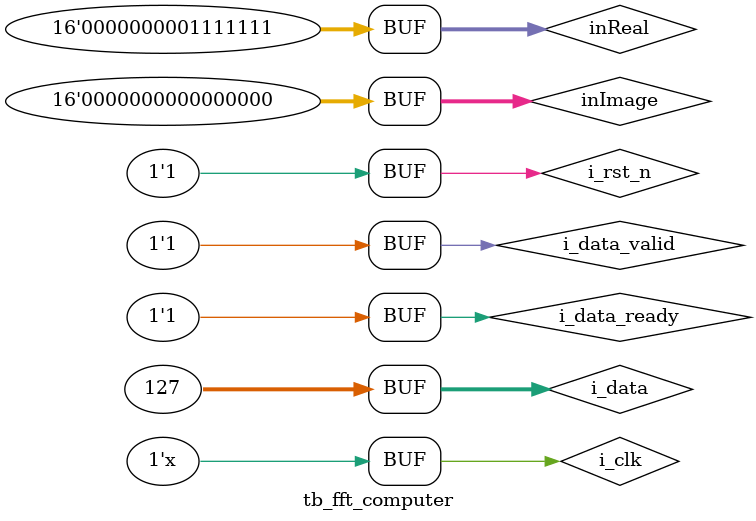
<source format=v>
`timescale 1ns / 1ps


module tb_fft_computer;

	// Inputs
	reg i_clk;
	reg i_rst_n;
	reg i_data_valid;
	
	reg i_data_ready;

	// Outputs
	wire o_data_ready;
	wire o_data_valid;
	wire [31:0] o_data;
	reg[15:0] inReal;
	reg[15:0] inImage;
	wire [31:0] i_data={inImage,inReal};
	wire o_valid_fft;
	wire o_valid_multi;
	wire o_valid_dataCtrl;
	wire fft_data_valid;
	wire mult_data_valid;
	wire[31:0] mult_data;
	// Instantiate the Unit Under Test (UUT)
	fft_computer uut (
		.i_clk(i_clk), 
		.i_rst_n(i_rst_n), 
		.i_data_valid(i_data_valid), 
		.i_data(i_data), 
		.o_data_ready(o_data_ready), 
		.o_data_valid(o_data_valid), 
		.o_data(o_data), 
		.i_data_ready(i_data_ready),
		.fft_data_valid(fft_data_valid),
		.mult_data_valid(mult_data_valid),
		.mult_data(mult_data)
	);

	initial begin
		// Initialize Inputs
		i_clk = 0;
		i_rst_n = 0;
		i_data_valid = 0;
		i_data_ready = 0;
		inReal=0;
		inImage=0;

		// Wait 100 ns for global reset to finish
		#100;
		i_data_ready = 1;
		i_rst_n = 1;
		i_data_valid = 1;
        
		// Add stimulus here
#2 inReal=128;
#2 inReal=127;
#2 inReal=127;
#2 inReal=126;
#2 inReal=125;
#2 inReal=124;
#2 inReal=122;
#2 inReal=120;
#2 inReal=118;
#2 inReal=115;
#2 inReal=112;
#2 inReal=109;
#2 inReal=106;
#2 inReal=102;
#2 inReal=98;
#2 inReal=94;
#2 inReal=90;
#2 inReal=85;
#2 inReal=81;
#2 inReal=76;
#2 inReal=71;
#2 inReal=65;
#2 inReal=60;
#2 inReal=54;
#2 inReal=48;
#2 inReal=43;
#2 inReal=37;
#2 inReal=31;
#2 inReal=24;
#2 inReal=18;
#2 inReal=12;
#2 inReal=6;
#2 inReal=0;
#2 inReal=-6;
#2 inReal=-12;
#2 inReal=-18;
#2 inReal=-24;
#2 inReal=-31;
#2 inReal=-37;
#2 inReal=-43;
#2 inReal=-48;
#2 inReal=-54;
#2 inReal=-60;
#2 inReal=-65;
#2 inReal=-71;
#2 inReal=-76;
#2 inReal=-81;
#2 inReal=-85;
#2 inReal=-90;
#2 inReal=-94;
#2 inReal=-98;
#2 inReal=-102;
#2 inReal=-106;
#2 inReal=-109;
#2 inReal=-112;
#2 inReal=-115;
#2 inReal=-118;
#2 inReal=-120;
#2 inReal=-122;
#2 inReal=-124;
#2 inReal=-125;
#2 inReal=-126;
#2 inReal=-127;
#2 inReal=-127;
#2 inReal=-127;
#2 inReal=-127;
#2 inReal=-127;
#2 inReal=-126;
#2 inReal=-125;
#2 inReal=-124;
#2 inReal=-122;
#2 inReal=-120;
#2 inReal=-118;
#2 inReal=-115;
#2 inReal=-112;
#2 inReal=-109;
#2 inReal=-106;
#2 inReal=-102;
#2 inReal=-98;
#2 inReal=-94;
#2 inReal=-90;
#2 inReal=-85;
#2 inReal=-81;
#2 inReal=-76;
#2 inReal=-71;
#2 inReal=-65;
#2 inReal=-60;
#2 inReal=-54;
#2 inReal=-48;
#2 inReal=-43;
#2 inReal=-37;
#2 inReal=-31;
#2 inReal=-24;
#2 inReal=-18;
#2 inReal=-12;
#2 inReal=-6;
#2 inReal=0;
#2 inReal=6;
#2 inReal=12;
#2 inReal=18;
#2 inReal=24;
#2 inReal=31;
#2 inReal=37;
#2 inReal=43;
#2 inReal=48;
#2 inReal=54;
#2 inReal=60;
#2 inReal=65;
#2 inReal=71;
#2 inReal=76;
#2 inReal=81;
#2 inReal=85;
#2 inReal=90;
#2 inReal=94;
#2 inReal=98;
#2 inReal=102;
#2 inReal=106;
#2 inReal=109;
#2 inReal=112;
#2 inReal=115;
#2 inReal=118;
#2 inReal=120;
#2 inReal=122;
#2 inReal=124;
#2 inReal=125;
#2 inReal=126;
#2 inReal=127;
#2 inReal=127;



#2 inReal=128;
#2 inReal=127;
#2 inReal=127;
#2 inReal=126;
#2 inReal=125;
#2 inReal=124;
#2 inReal=122;
#2 inReal=120;
#2 inReal=118;
#2 inReal=115;
#2 inReal=112;
#2 inReal=109;
#2 inReal=106;
#2 inReal=102;
#2 inReal=98;
#2 inReal=94;
#2 inReal=90;
#2 inReal=85;
#2 inReal=81;
#2 inReal=76;
#2 inReal=71;
#2 inReal=65;
#2 inReal=60;
#2 inReal=54;
#2 inReal=48;
#2 inReal=43;
#2 inReal=37;
#2 inReal=31;
#2 inReal=24;
#2 inReal=18;
#2 inReal=12;
#2 inReal=6;
#2 inReal=0;
#2 inReal=-6;
#2 inReal=-12;
#2 inReal=-18;
#2 inReal=-24;
#2 inReal=-31;
#2 inReal=-37;
#2 inReal=-43;
#2 inReal=-48;
#2 inReal=-54;
#2 inReal=-60;
#2 inReal=-65;
#2 inReal=-71;
#2 inReal=-76;
#2 inReal=-81;
#2 inReal=-85;
#2 inReal=-90;
#2 inReal=-94;
#2 inReal=-98;
#2 inReal=-102;
#2 inReal=-106;
#2 inReal=-109;
#2 inReal=-112;
#2 inReal=-115;
#2 inReal=-118;
#2 inReal=-120;
#2 inReal=-122;
#2 inReal=-124;
#2 inReal=-125;
#2 inReal=-126;
#2 inReal=-127;
#2 inReal=-127;
#2 inReal=-127;
#2 inReal=-127;
#2 inReal=-127;
#2 inReal=-126;
#2 inReal=-125;
#2 inReal=-124;
#2 inReal=-122;
#2 inReal=-120;
#2 inReal=-118;
#2 inReal=-115;
#2 inReal=-112;
#2 inReal=-109;
#2 inReal=-106;
#2 inReal=-102;
#2 inReal=-98;
#2 inReal=-94;
#2 inReal=-90;
#2 inReal=-85;
#2 inReal=-81;
#2 inReal=-76;
#2 inReal=-71;
#2 inReal=-65;
#2 inReal=-60;
#2 inReal=-54;
#2 inReal=-48;
#2 inReal=-43;
#2 inReal=-37;
#2 inReal=-31;
#2 inReal=-24;
#2 inReal=-18;
#2 inReal=-12;
#2 inReal=-6;
#2 inReal=0;
#2 inReal=6;
#2 inReal=12;
#2 inReal=18;
#2 inReal=24;
#2 inReal=31;
#2 inReal=37;
#2 inReal=43;
#2 inReal=48;
#2 inReal=54;
#2 inReal=60;
#2 inReal=65;
#2 inReal=71;
#2 inReal=76;
#2 inReal=81;
#2 inReal=85;
#2 inReal=90;
#2 inReal=94;
#2 inReal=98;
#2 inReal=102;
#2 inReal=106;
#2 inReal=109;
#2 inReal=112;
#2 inReal=115;
#2 inReal=118;
#2 inReal=120;
#2 inReal=122;
#2 inReal=124;
#2 inReal=125;
#2 inReal=126;
#2 inReal=127;
#2 inReal=127;



#2 inReal=128;
#2 inReal=127;
#2 inReal=127;
#2 inReal=126;
#2 inReal=125;
#2 inReal=124;
#2 inReal=122;
#2 inReal=120;
#2 inReal=118;
#2 inReal=115;
#2 inReal=112;
#2 inReal=109;
#2 inReal=106;
#2 inReal=102;
#2 inReal=98;
#2 inReal=94;
#2 inReal=90;
#2 inReal=85;
#2 inReal=81;
#2 inReal=76;
#2 inReal=71;
#2 inReal=65;
#2 inReal=60;
#2 inReal=54;
#2 inReal=48;
#2 inReal=43;
#2 inReal=37;
#2 inReal=31;
#2 inReal=24;
#2 inReal=18;
#2 inReal=12;
#2 inReal=6;
#2 inReal=0;
#2 inReal=-6;
#2 inReal=-12;
#2 inReal=-18;
#2 inReal=-24;
#2 inReal=-31;
#2 inReal=-37;
#2 inReal=-43;
#2 inReal=-48;
#2 inReal=-54;
#2 inReal=-60;
#2 inReal=-65;
#2 inReal=-71;
#2 inReal=-76;
#2 inReal=-81;
#2 inReal=-85;
#2 inReal=-90;
#2 inReal=-94;
#2 inReal=-98;
#2 inReal=-102;
#2 inReal=-106;
#2 inReal=-109;
#2 inReal=-112;
#2 inReal=-115;
#2 inReal=-118;
#2 inReal=-120;
#2 inReal=-122;
#2 inReal=-124;
#2 inReal=-125;
#2 inReal=-126;
#2 inReal=-127;
#2 inReal=-127;
#2 inReal=-127;
#2 inReal=-127;
#2 inReal=-127;
#2 inReal=-126;
#2 inReal=-125;
#2 inReal=-124;
#2 inReal=-122;
#2 inReal=-120;
#2 inReal=-118;
#2 inReal=-115;
#2 inReal=-112;
#2 inReal=-109;
#2 inReal=-106;
#2 inReal=-102;
#2 inReal=-98;
#2 inReal=-94;
#2 inReal=-90;
#2 inReal=-85;
#2 inReal=-81;
#2 inReal=-76;
#2 inReal=-71;
#2 inReal=-65;
#2 inReal=-60;
#2 inReal=-54;
#2 inReal=-48;
#2 inReal=-43;
#2 inReal=-37;
#2 inReal=-31;
#2 inReal=-24;
#2 inReal=-18;
#2 inReal=-12;
#2 inReal=-6;
#2 inReal=0;
#2 inReal=6;
#2 inReal=12;
#2 inReal=18;
#2 inReal=24;
#2 inReal=31;
#2 inReal=37;
#2 inReal=43;
#2 inReal=48;
#2 inReal=54;
#2 inReal=60;
#2 inReal=65;
#2 inReal=71;
#2 inReal=76;
#2 inReal=81;
#2 inReal=85;
#2 inReal=90;
#2 inReal=94;
#2 inReal=98;
#2 inReal=102;
#2 inReal=106;
#2 inReal=109;
#2 inReal=112;
#2 inReal=115;
#2 inReal=118;
#2 inReal=120;
#2 inReal=122;
#2 inReal=124;
#2 inReal=125;
#2 inReal=126;
#2 inReal=127;
#2 inReal=127;



#2 inReal=128;
#2 inReal=127;
#2 inReal=127;
#2 inReal=126;
#2 inReal=125;
#2 inReal=124;
#2 inReal=122;
#2 inReal=120;
#2 inReal=118;
#2 inReal=115;
#2 inReal=112;
#2 inReal=109;
#2 inReal=106;
#2 inReal=102;
#2 inReal=98;
#2 inReal=94;
#2 inReal=90;
#2 inReal=85;
#2 inReal=81;
#2 inReal=76;
#2 inReal=71;
#2 inReal=65;
#2 inReal=60;
#2 inReal=54;
#2 inReal=48;
#2 inReal=43;
#2 inReal=37;
#2 inReal=31;
#2 inReal=24;
#2 inReal=18;
#2 inReal=12;
#2 inReal=6;
#2 inReal=0;
#2 inReal=-6;
#2 inReal=-12;
#2 inReal=-18;
#2 inReal=-24;
#2 inReal=-31;
#2 inReal=-37;
#2 inReal=-43;
#2 inReal=-48;
#2 inReal=-54;
#2 inReal=-60;
#2 inReal=-65;
#2 inReal=-71;
#2 inReal=-76;
#2 inReal=-81;
#2 inReal=-85;
#2 inReal=-90;
#2 inReal=-94;
#2 inReal=-98;
#2 inReal=-102;
#2 inReal=-106;
#2 inReal=-109;
#2 inReal=-112;
#2 inReal=-115;
#2 inReal=-118;
#2 inReal=-120;
#2 inReal=-122;
#2 inReal=-124;
#2 inReal=-125;
#2 inReal=-126;
#2 inReal=-127;
#2 inReal=-127;
#2 inReal=-127;
#2 inReal=-127;
#2 inReal=-127;
#2 inReal=-126;
#2 inReal=-125;
#2 inReal=-124;
#2 inReal=-122;
#2 inReal=-120;
#2 inReal=-118;
#2 inReal=-115;
#2 inReal=-112;
#2 inReal=-109;
#2 inReal=-106;
#2 inReal=-102;
#2 inReal=-98;
#2 inReal=-94;
#2 inReal=-90;
#2 inReal=-85;
#2 inReal=-81;
#2 inReal=-76;
#2 inReal=-71;
#2 inReal=-65;
#2 inReal=-60;
#2 inReal=-54;
#2 inReal=-48;
#2 inReal=-43;
#2 inReal=-37;
#2 inReal=-31;
#2 inReal=-24;
#2 inReal=-18;
#2 inReal=-12;
#2 inReal=-6;
#2 inReal=0;
#2 inReal=6;
#2 inReal=12;
#2 inReal=18;
#2 inReal=24;
#2 inReal=31;
#2 inReal=37;
#2 inReal=43;
#2 inReal=48;
#2 inReal=54;
#2 inReal=60;
#2 inReal=65;
#2 inReal=71;
#2 inReal=76;
#2 inReal=81;
#2 inReal=85;
#2 inReal=90;
#2 inReal=94;
#2 inReal=98;
#2 inReal=102;
#2 inReal=106;
#2 inReal=109;
#2 inReal=112;
#2 inReal=115;
#2 inReal=118;
#2 inReal=120;
#2 inReal=122;
#2 inReal=124;
#2 inReal=125;
#2 inReal=126;
#2 inReal=127;
#2 inReal=127;

#256;

#2 inReal=128;
#2 inReal=127;
#2 inReal=127;
#2 inReal=126;
#2 inReal=125;
#2 inReal=124;
#2 inReal=122;
#2 inReal=120;
#2 inReal=118;
#2 inReal=115;
#2 inReal=112;
#2 inReal=109;
#2 inReal=106;
#2 inReal=102;
#2 inReal=98;
#2 inReal=94;
#2 inReal=90;
#2 inReal=85;
#2 inReal=81;
#2 inReal=76;
#2 inReal=71;
#2 inReal=65;
#2 inReal=60;
#2 inReal=54;
#2 inReal=48;
#2 inReal=43;
#2 inReal=37;
#2 inReal=31;
#2 inReal=24;
#2 inReal=18;
#2 inReal=12;
#2 inReal=6;
#2 inReal=0;
#2 inReal=-6;
#2 inReal=-12;
#2 inReal=-18;
#2 inReal=-24;
#2 inReal=-31;
#2 inReal=-37;
#2 inReal=-43;
#2 inReal=-48;
#2 inReal=-54;
#2 inReal=-60;
#2 inReal=-65;
#2 inReal=-71;
#2 inReal=-76;
#2 inReal=-81;
#2 inReal=-85;
#2 inReal=-90;
#2 inReal=-94;
#2 inReal=-98;
#2 inReal=-102;
#2 inReal=-106;
#2 inReal=-109;
#2 inReal=-112;
#2 inReal=-115;
#2 inReal=-118;
#2 inReal=-120;
#2 inReal=-122;
#2 inReal=-124;
#2 inReal=-125;
#2 inReal=-126;
#2 inReal=-127;
#2 inReal=-127;
#2 inReal=-127;
#2 inReal=-127;
#2 inReal=-127;
#2 inReal=-126;
#2 inReal=-125;
#2 inReal=-124;
#2 inReal=-122;
#2 inReal=-120;
#2 inReal=-118;
#2 inReal=-115;
#2 inReal=-112;
#2 inReal=-109;
#2 inReal=-106;
#2 inReal=-102;
#2 inReal=-98;
#2 inReal=-94;
#2 inReal=-90;
#2 inReal=-85;
#2 inReal=-81;
#2 inReal=-76;
#2 inReal=-71;
#2 inReal=-65;
#2 inReal=-60;
#2 inReal=-54;
#2 inReal=-48;
#2 inReal=-43;
#2 inReal=-37;
#2 inReal=-31;
#2 inReal=-24;
#2 inReal=-18;
#2 inReal=-12;
#2 inReal=-6;
#2 inReal=0;
#2 inReal=6;
#2 inReal=12;
#2 inReal=18;
#2 inReal=24;
#2 inReal=31;
#2 inReal=37;
#2 inReal=43;
#2 inReal=48;
#2 inReal=54;
#2 inReal=60;
#2 inReal=65;
#2 inReal=71;
#2 inReal=76;
#2 inReal=81;
#2 inReal=85;
#2 inReal=90;
#2 inReal=94;
#2 inReal=98;
#2 inReal=102;
#2 inReal=106;
#2 inReal=109;
#2 inReal=112;
#2 inReal=115;
#2 inReal=118;
#2 inReal=120;
#2 inReal=122;
#2 inReal=124;
#2 inReal=125;
#2 inReal=126;
#2 inReal=127;
#2 inReal=127;



#2 inReal=128;
#2 inReal=127;
#2 inReal=127;
#2 inReal=126;
#2 inReal=125;
#2 inReal=124;
#2 inReal=122;
#2 inReal=120;
#2 inReal=118;
#2 inReal=115;
#2 inReal=112;
#2 inReal=109;
#2 inReal=106;
#2 inReal=102;
#2 inReal=98;
#2 inReal=94;
#2 inReal=90;
#2 inReal=85;
#2 inReal=81;
#2 inReal=76;
#2 inReal=71;
#2 inReal=65;
#2 inReal=60;
#2 inReal=54;
#2 inReal=48;
#2 inReal=43;
#2 inReal=37;
#2 inReal=31;
#2 inReal=24;
#2 inReal=18;
#2 inReal=12;
#2 inReal=6;
#2 inReal=0;
#2 inReal=-6;
#2 inReal=-12;
#2 inReal=-18;
#2 inReal=-24;
#2 inReal=-31;
#2 inReal=-37;
#2 inReal=-43;
#2 inReal=-48;
#2 inReal=-54;
#2 inReal=-60;
#2 inReal=-65;
#2 inReal=-71;
#2 inReal=-76;
#2 inReal=-81;
#2 inReal=-85;
#2 inReal=-90;
#2 inReal=-94;
#2 inReal=-98;
#2 inReal=-102;
#2 inReal=-106;
#2 inReal=-109;
#2 inReal=-112;
#2 inReal=-115;
#2 inReal=-118;
#2 inReal=-120;
#2 inReal=-122;
#2 inReal=-124;
#2 inReal=-125;
#2 inReal=-126;
#2 inReal=-127;
#2 inReal=-127;
#2 inReal=-127;
#2 inReal=-127;
#2 inReal=-127;
#2 inReal=-126;
#2 inReal=-125;
#2 inReal=-124;
#2 inReal=-122;
#2 inReal=-120;
#2 inReal=-118;
#2 inReal=-115;
#2 inReal=-112;
#2 inReal=-109;
#2 inReal=-106;
#2 inReal=-102;
#2 inReal=-98;
#2 inReal=-94;
#2 inReal=-90;
#2 inReal=-85;
#2 inReal=-81;
#2 inReal=-76;
#2 inReal=-71;
#2 inReal=-65;
#2 inReal=-60;
#2 inReal=-54;
#2 inReal=-48;
#2 inReal=-43;
#2 inReal=-37;
#2 inReal=-31;
#2 inReal=-24;
#2 inReal=-18;
#2 inReal=-12;
#2 inReal=-6;
#2 inReal=0;
#2 inReal=6;
#2 inReal=12;
#2 inReal=18;
#2 inReal=24;
#2 inReal=31;
#2 inReal=37;
#2 inReal=43;
#2 inReal=48;
#2 inReal=54;
#2 inReal=60;
#2 inReal=65;
#2 inReal=71;
#2 inReal=76;
#2 inReal=81;
#2 inReal=85;
#2 inReal=90;
#2 inReal=94;
#2 inReal=98;
#2 inReal=102;
#2 inReal=106;
#2 inReal=109;
#2 inReal=112;
#2 inReal=115;
#2 inReal=118;
#2 inReal=120;
#2 inReal=122;
#2 inReal=124;
#2 inReal=125;
#2 inReal=126;
#2 inReal=127;
#2 inReal=127;



#2 inReal=128;
#2 inReal=127;
#2 inReal=127;
#2 inReal=126;
#2 inReal=125;
#2 inReal=124;
#2 inReal=122;
#2 inReal=120;
#2 inReal=118;
#2 inReal=115;
#2 inReal=112;
#2 inReal=109;
#2 inReal=106;
#2 inReal=102;
#2 inReal=98;
#2 inReal=94;
#2 inReal=90;
#2 inReal=85;
#2 inReal=81;
#2 inReal=76;
#2 inReal=71;
#2 inReal=65;
#2 inReal=60;
#2 inReal=54;
#2 inReal=48;
#2 inReal=43;
#2 inReal=37;
#2 inReal=31;
#2 inReal=24;
#2 inReal=18;
#2 inReal=12;
#2 inReal=6;
#2 inReal=0;
#2 inReal=-6;
#2 inReal=-12;
#2 inReal=-18;
#2 inReal=-24;
#2 inReal=-31;
#2 inReal=-37;
#2 inReal=-43;
#2 inReal=-48;
#2 inReal=-54;
#2 inReal=-60;
#2 inReal=-65;
#2 inReal=-71;
#2 inReal=-76;
#2 inReal=-81;
#2 inReal=-85;
#2 inReal=-90;
#2 inReal=-94;
#2 inReal=-98;
#2 inReal=-102;
#2 inReal=-106;
#2 inReal=-109;
#2 inReal=-112;
#2 inReal=-115;
#2 inReal=-118;
#2 inReal=-120;
#2 inReal=-122;
#2 inReal=-124;
#2 inReal=-125;
#2 inReal=-126;
#2 inReal=-127;
#2 inReal=-127;
#2 inReal=-127;
#2 inReal=-127;
#2 inReal=-127;
#2 inReal=-126;
#2 inReal=-125;
#2 inReal=-124;
#2 inReal=-122;
#2 inReal=-120;
#2 inReal=-118;
#2 inReal=-115;
#2 inReal=-112;
#2 inReal=-109;
#2 inReal=-106;
#2 inReal=-102;
#2 inReal=-98;
#2 inReal=-94;
#2 inReal=-90;
#2 inReal=-85;
#2 inReal=-81;
#2 inReal=-76;
#2 inReal=-71;
#2 inReal=-65;
#2 inReal=-60;
#2 inReal=-54;
#2 inReal=-48;
#2 inReal=-43;
#2 inReal=-37;
#2 inReal=-31;
#2 inReal=-24;
#2 inReal=-18;
#2 inReal=-12;
#2 inReal=-6;
#2 inReal=0;
#2 inReal=6;
#2 inReal=12;
#2 inReal=18;
#2 inReal=24;
#2 inReal=31;
#2 inReal=37;
#2 inReal=43;
#2 inReal=48;
#2 inReal=54;
#2 inReal=60;
#2 inReal=65;
#2 inReal=71;
#2 inReal=76;
#2 inReal=81;
#2 inReal=85;
#2 inReal=90;
#2 inReal=94;
#2 inReal=98;
#2 inReal=102;
#2 inReal=106;
#2 inReal=109;
#2 inReal=112;
#2 inReal=115;
#2 inReal=118;
#2 inReal=120;
#2 inReal=122;
#2 inReal=124;
#2 inReal=125;
#2 inReal=126;
#2 inReal=127;
#2 inReal=127;



#2 inReal=128;
#2 inReal=127;
#2 inReal=127;
#2 inReal=126;
#2 inReal=125;
#2 inReal=124;
#2 inReal=122;
#2 inReal=120;
#2 inReal=118;
#2 inReal=115;
#2 inReal=112;
#2 inReal=109;
#2 inReal=106;
#2 inReal=102;
#2 inReal=98;
#2 inReal=94;
#2 inReal=90;
#2 inReal=85;
#2 inReal=81;
#2 inReal=76;
#2 inReal=71;
#2 inReal=65;
#2 inReal=60;
#2 inReal=54;
#2 inReal=48;
#2 inReal=43;
#2 inReal=37;
#2 inReal=31;
#2 inReal=24;
#2 inReal=18;
#2 inReal=12;
#2 inReal=6;
#2 inReal=0;
#2 inReal=-6;
#2 inReal=-12;
#2 inReal=-18;
#2 inReal=-24;
#2 inReal=-31;
#2 inReal=-37;
#2 inReal=-43;
#2 inReal=-48;
#2 inReal=-54;
#2 inReal=-60;
#2 inReal=-65;
#2 inReal=-71;
#2 inReal=-76;
#2 inReal=-81;
#2 inReal=-85;
#2 inReal=-90;
#2 inReal=-94;
#2 inReal=-98;
#2 inReal=-102;
#2 inReal=-106;
#2 inReal=-109;
#2 inReal=-112;
#2 inReal=-115;
#2 inReal=-118;
#2 inReal=-120;
#2 inReal=-122;
#2 inReal=-124;
#2 inReal=-125;
#2 inReal=-126;
#2 inReal=-127;
#2 inReal=-127;
#2 inReal=-127;
#2 inReal=-127;
#2 inReal=-127;
#2 inReal=-126;
#2 inReal=-125;
#2 inReal=-124;
#2 inReal=-122;
#2 inReal=-120;
#2 inReal=-118;
#2 inReal=-115;
#2 inReal=-112;
#2 inReal=-109;
#2 inReal=-106;
#2 inReal=-102;
#2 inReal=-98;
#2 inReal=-94;
#2 inReal=-90;
#2 inReal=-85;
#2 inReal=-81;
#2 inReal=-76;
#2 inReal=-71;
#2 inReal=-65;
#2 inReal=-60;
#2 inReal=-54;
#2 inReal=-48;
#2 inReal=-43;
#2 inReal=-37;
#2 inReal=-31;
#2 inReal=-24;
#2 inReal=-18;
#2 inReal=-12;
#2 inReal=-6;
#2 inReal=0;
#2 inReal=6;
#2 inReal=12;
#2 inReal=18;
#2 inReal=24;
#2 inReal=31;
#2 inReal=37;
#2 inReal=43;
#2 inReal=48;
#2 inReal=54;
#2 inReal=60;
#2 inReal=65;
#2 inReal=71;
#2 inReal=76;
#2 inReal=81;
#2 inReal=85;
#2 inReal=90;
#2 inReal=94;
#2 inReal=98;
#2 inReal=102;
#2 inReal=106;
#2 inReal=109;
#2 inReal=112;
#2 inReal=115;
#2 inReal=118;
#2 inReal=120;
#2 inReal=122;
#2 inReal=124;
#2 inReal=125;
#2 inReal=126;
#2 inReal=127;
#2 inReal=127;

#256;

#2 inReal=128;
#2 inReal=127;
#2 inReal=127;
#2 inReal=126;
#2 inReal=125;
#2 inReal=124;
#2 inReal=122;
#2 inReal=120;
#2 inReal=118;
#2 inReal=115;
#2 inReal=112;
#2 inReal=109;
#2 inReal=106;
#2 inReal=102;
#2 inReal=98;
#2 inReal=94;
#2 inReal=90;
#2 inReal=85;
#2 inReal=81;
#2 inReal=76;
#2 inReal=71;
#2 inReal=65;
#2 inReal=60;
#2 inReal=54;
#2 inReal=48;
#2 inReal=43;
#2 inReal=37;
#2 inReal=31;
#2 inReal=24;
#2 inReal=18;
#2 inReal=12;
#2 inReal=6;
#2 inReal=0;
#2 inReal=-6;
#2 inReal=-12;
#2 inReal=-18;
#2 inReal=-24;
#2 inReal=-31;
#2 inReal=-37;
#2 inReal=-43;
#2 inReal=-48;
#2 inReal=-54;
#2 inReal=-60;
#2 inReal=-65;
#2 inReal=-71;
#2 inReal=-76;
#2 inReal=-81;
#2 inReal=-85;
#2 inReal=-90;
#2 inReal=-94;
#2 inReal=-98;
#2 inReal=-102;
#2 inReal=-106;
#2 inReal=-109;
#2 inReal=-112;
#2 inReal=-115;
#2 inReal=-118;
#2 inReal=-120;
#2 inReal=-122;
#2 inReal=-124;
#2 inReal=-125;
#2 inReal=-126;
#2 inReal=-127;
#2 inReal=-127;
#2 inReal=-127;
#2 inReal=-127;
#2 inReal=-127;
#2 inReal=-126;
#2 inReal=-125;
#2 inReal=-124;
#2 inReal=-122;
#2 inReal=-120;
#2 inReal=-118;
#2 inReal=-115;
#2 inReal=-112;
#2 inReal=-109;
#2 inReal=-106;
#2 inReal=-102;
#2 inReal=-98;
#2 inReal=-94;
#2 inReal=-90;
#2 inReal=-85;
#2 inReal=-81;
#2 inReal=-76;
#2 inReal=-71;
#2 inReal=-65;
#2 inReal=-60;
#2 inReal=-54;
#2 inReal=-48;
#2 inReal=-43;
#2 inReal=-37;
#2 inReal=-31;
#2 inReal=-24;
#2 inReal=-18;
#2 inReal=-12;
#2 inReal=-6;
#2 inReal=0;
#2 inReal=6;
#2 inReal=12;
#2 inReal=18;
#2 inReal=24;
#2 inReal=31;
#2 inReal=37;
#2 inReal=43;
#2 inReal=48;
#2 inReal=54;
#2 inReal=60;
#2 inReal=65;
#2 inReal=71;
#2 inReal=76;
#2 inReal=81;
#2 inReal=85;
#2 inReal=90;
#2 inReal=94;
#2 inReal=98;
#2 inReal=102;
#2 inReal=106;
#2 inReal=109;
#2 inReal=112;
#2 inReal=115;
#2 inReal=118;
#2 inReal=120;
#2 inReal=122;
#2 inReal=124;
#2 inReal=125;
#2 inReal=126;
#2 inReal=127;
#2 inReal=127;

	end
	
	always #1 i_clk=~i_clk;
	
	always@(posedge i_clk)
		$display("%d \t %d",$time,o_data);
	
      
endmodule


</source>
